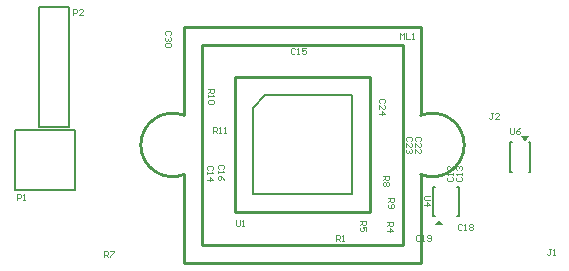
<source format=gto>
G04 Layer: TopSilkscreenLayer*
G04 EasyEDA Pro v2.2.35.2, 2025-02-24 01:09:24*
G04 Gerber Generator version 0.3*
G04 Scale: 100 percent, Rotated: No, Reflected: No*
G04 Dimensions in millimeters*
G04 Leading zeros omitted, absolute positions, 4 integers and 5 decimals*
%FSLAX45Y45*%
%MOMM*%
%ADD10C,0.1016*%
%ADD11C,0.15*%
%ADD12C,0.254*%
%ADD13C,0.2*%
G75*


G04 Text Start*
G54D10*
G01X14354302Y11202162D02*
G01X14354302Y11244580D01*
G01X14345920Y11193780D02*
G01X14354302Y11202162D01*
G01X14328902Y11193780D02*
G01X14345920Y11193780D01*
G01X14320520Y11202162D02*
G01X14328902Y11193780D01*
G01X14320520Y11202162D02*
G01X14320520Y11244580D01*
G01X14371320Y11219180D02*
G01X14396720Y11219180D01*
G01X14396720Y11219180D02*
G01X14405102Y11210798D01*
G01X14405102Y11202162D02*
G01X14405102Y11210798D01*
G01X14396720Y11193780D02*
G01X14405102Y11202162D01*
G01X14379702Y11193780D02*
G01X14396720Y11193780D01*
G01X14371320Y11202162D02*
G01X14379702Y11193780D01*
G01X14371320Y11202162D02*
G01X14371320Y11219180D01*
G01X14371320Y11219180D02*
G01X14388084Y11236198D01*
G01X14405102Y11244580D02*
G01X14388084Y11236198D01*
G01X14145260Y11326622D02*
G01X14153642Y11318240D01*
G01X14153642Y11318240D02*
G01X14162278Y11318240D01*
G01X14162278Y11318240D02*
G01X14170660Y11326622D01*
G01X14170660Y11326622D02*
G01X14170660Y11369040D01*
G01X14162278Y11369040D02*
G01X14170660Y11369040D01*
G01X14170660Y11369040D02*
G01X14179042Y11369040D01*
G01X14196060Y11318240D02*
G01X14229842Y11318240D01*
G01X14196060Y11318240D02*
G01X14229842Y11352022D01*
G01X14229842Y11352022D02*
G01X14229842Y11360658D01*
G01X14221460Y11369040D02*
G01X14229842Y11360658D01*
G01X14204442Y11369040D02*
G01X14221460Y11369040D01*
G01X14196060Y11360658D02*
G01X14204442Y11369040D01*
G01X13423112Y11995200D02*
G01X13423112Y12046000D01*
G01X13406348Y12028982D02*
G01X13423112Y12046000D01*
G01X13389330Y12046000D02*
G01X13406348Y12028982D01*
G01X13389330Y11995200D02*
G01X13389330Y12046000D01*
G01X13440130Y11995200D02*
G01X13473912Y11995200D01*
G01X13440130Y11995200D02*
G01X13440130Y12046000D01*
G01X13499312Y11995200D02*
G01X13499312Y12046000D01*
G01X13490930Y12037618D02*
G01X13499312Y12046000D01*
G01X13490930Y11995200D02*
G01X13499312Y11995200D01*
G01X13499312Y11995200D02*
G01X13507694Y11995200D01*
G01X11400660Y12040920D02*
G01X11409042Y12032538D01*
G01X11400660Y12057938D02*
G01X11400660Y12040920D01*
G01X11409042Y12066320D02*
G01X11400660Y12057938D01*
G01X11409042Y12066320D02*
G01X11443078Y12066320D01*
G01X11443078Y12066320D02*
G01X11451460Y12057938D01*
G01X11451460Y12057938D02*
G01X11451460Y12040920D01*
G01X11451460Y12040920D02*
G01X11443078Y12032538D01*
G01X11426060Y11998756D02*
G01X11426060Y11990120D01*
G01X11409042Y12015520D02*
G01X11400660Y12007138D01*
G01X11400660Y12007138D02*
G01X11400660Y11990120D01*
G01X11400660Y11990120D02*
G01X11409042Y11981738D01*
G01X11409042Y11981738D02*
G01X11417678Y11981738D01*
G01X11426060Y11990120D02*
G01X11417678Y11981738D01*
G01X11426060Y11990120D02*
G01X11434442Y11981738D01*
G01X11434442Y11981738D02*
G01X11443078Y11981738D01*
G01X11451460Y11990120D02*
G01X11443078Y11981738D01*
G01X11451460Y12007138D02*
G01X11451460Y11990120D01*
G01X11443078Y12015520D02*
G01X11451460Y12007138D01*
G01X11443078Y11964720D02*
G01X11451460Y11956338D01*
G01X11409042Y11964720D02*
G01X11443078Y11964720D01*
G01X11409042Y11964720D02*
G01X11400660Y11956338D01*
G01X11400660Y11956338D02*
G01X11400660Y11939320D01*
G01X11400660Y11939320D02*
G01X11409042Y11930938D01*
G01X11409042Y11930938D02*
G01X11443078Y11930938D01*
G01X11451460Y11939320D02*
G01X11443078Y11930938D01*
G01X11451460Y11956338D02*
G01X11451460Y11939320D01*
G01X13603602Y10632998D02*
G01X13646020Y10632998D01*
G01X13595220Y10641380D02*
G01X13603602Y10632998D01*
G01X13595220Y10658398D02*
G01X13595220Y10641380D01*
G01X13603602Y10666780D02*
G01X13595220Y10658398D01*
G01X13603602Y10666780D02*
G01X13646020Y10666780D01*
G01X13620620Y10615980D02*
G01X13646020Y10590580D01*
G01X13620620Y10615980D02*
G01X13620620Y10590580D01*
G01X13620620Y10590580D02*
G01X13620620Y10582198D01*
G01X13595220Y10590580D02*
G01X13620620Y10590580D01*
G01X13620620Y10590580D02*
G01X13646020Y10590580D01*
G01X13263118Y10821162D02*
G01X13246100Y10804398D01*
G01X13263118Y10812780D02*
G01X13271500Y10804398D01*
G01X13271500Y10804398D02*
G01X13288518Y10804398D01*
G01X13296900Y10812780D02*
G01X13288518Y10804398D01*
G01X13296900Y10838180D02*
G01X13296900Y10812780D01*
G01X13246100Y10838180D02*
G01X13263118Y10838180D01*
G01X13263118Y10838180D02*
G01X13296900Y10838180D01*
G01X13263118Y10838180D02*
G01X13263118Y10821162D01*
G01X13263118Y10821162D02*
G01X13263118Y10812780D01*
G01X13271500Y10761980D02*
G01X13263118Y10753598D01*
G01X13254482Y10753598D02*
G01X13263118Y10753598D01*
G01X13246100Y10761980D02*
G01X13254482Y10753598D01*
G01X13246100Y10778998D02*
G01X13246100Y10761980D01*
G01X13254482Y10787380D02*
G01X13246100Y10778998D01*
G01X13254482Y10787380D02*
G01X13263118Y10787380D01*
G01X13263118Y10787380D02*
G01X13271500Y10778998D01*
G01X13288518Y10787380D02*
G01X13296900Y10778998D01*
G01X13279882Y10787380D02*
G01X13288518Y10787380D01*
G01X13279882Y10787380D02*
G01X13271500Y10778998D01*
G01X13271500Y10778998D02*
G01X13271500Y10761980D01*
G01X13271500Y10761980D02*
G01X13279882Y10753598D01*
G01X13279882Y10753598D02*
G01X13288518Y10753598D01*
G01X13296900Y10761980D02*
G01X13288518Y10753598D01*
G01X13296900Y10778998D02*
G01X13296900Y10761980D01*
G01X12490320Y11865660D02*
G01X12498702Y11874042D01*
G01X12473302Y11865660D02*
G01X12490320Y11865660D01*
G01X12464920Y11874042D02*
G01X12473302Y11865660D01*
G01X12464920Y11874042D02*
G01X12464920Y11908078D01*
G01X12464920Y11908078D02*
G01X12473302Y11916460D01*
G01X12473302Y11916460D02*
G01X12490320Y11916460D01*
G01X12490320Y11916460D02*
G01X12498702Y11908078D01*
G01X12524102Y11865660D02*
G01X12524102Y11916460D01*
G01X12515720Y11908078D02*
G01X12524102Y11916460D01*
G01X12515720Y11865660D02*
G01X12524102Y11865660D01*
G01X12524102Y11865660D02*
G01X12532484Y11865660D01*
G01X12557884Y11874042D02*
G01X12566266Y11865660D01*
G01X12566266Y11865660D02*
G01X12583284Y11865660D01*
G01X12583284Y11865660D02*
G01X12591666Y11874042D01*
G01X12591666Y11874042D02*
G01X12591666Y11891060D01*
G01X12583284Y11899442D02*
G01X12591666Y11891060D01*
G01X12574902Y11899442D02*
G01X12583284Y11899442D01*
G01X12557884Y11891060D02*
G01X12557884Y11916460D01*
G01X12557884Y11916460D02*
G01X12591666Y11916460D01*
G01X12557884Y11891060D02*
G01X12574902Y11899442D01*
G01X11758800Y10897920D02*
G01X11767182Y10889538D01*
G01X11758800Y10914938D02*
G01X11758800Y10897920D01*
G01X11767182Y10923320D02*
G01X11758800Y10914938D01*
G01X11767182Y10923320D02*
G01X11801218Y10923320D01*
G01X11801218Y10923320D02*
G01X11809600Y10914938D01*
G01X11809600Y10914938D02*
G01X11809600Y10897920D01*
G01X11809600Y10897920D02*
G01X11801218Y10889538D01*
G01X11758800Y10864138D02*
G01X11809600Y10864138D01*
G01X11801218Y10872520D02*
G01X11809600Y10864138D01*
G01X11758800Y10872520D02*
G01X11758800Y10864138D01*
G01X11758800Y10864138D02*
G01X11758800Y10855756D01*
G01X11784200Y10830356D02*
G01X11809600Y10804956D01*
G01X11784200Y10830356D02*
G01X11784200Y10804956D01*
G01X11784200Y10804956D02*
G01X11784200Y10796574D01*
G01X11758800Y10804956D02*
G01X11784200Y10804956D01*
G01X11784200Y10804956D02*
G01X11809600Y10804956D01*
G01X14632940Y10173462D02*
G01X14641322Y10165080D01*
G01X14641322Y10165080D02*
G01X14649958Y10165080D01*
G01X14649958Y10165080D02*
G01X14658340Y10173462D01*
G01X14658340Y10173462D02*
G01X14658340Y10215880D01*
G01X14649958Y10215880D02*
G01X14658340Y10215880D01*
G01X14658340Y10215880D02*
G01X14666722Y10215880D01*
G01X14692122Y10165080D02*
G01X14692122Y10215880D01*
G01X14683740Y10207498D02*
G01X14692122Y10215880D01*
G01X14683740Y10165080D02*
G01X14692122Y10165080D01*
G01X14692122Y10165080D02*
G01X14700504Y10165080D01*
G01X11783438Y11556542D02*
G01X11766420Y11539778D01*
G01X11783438Y11548160D02*
G01X11791820Y11539778D01*
G01X11791820Y11539778D02*
G01X11808838Y11539778D01*
G01X11817220Y11548160D02*
G01X11808838Y11539778D01*
G01X11817220Y11573560D02*
G01X11817220Y11548160D01*
G01X11766420Y11573560D02*
G01X11783438Y11573560D01*
G01X11783438Y11573560D02*
G01X11817220Y11573560D01*
G01X11783438Y11573560D02*
G01X11783438Y11556542D01*
G01X11783438Y11556542D02*
G01X11783438Y11548160D01*
G01X11766420Y11514378D02*
G01X11817220Y11514378D01*
G01X11808838Y11522760D02*
G01X11817220Y11514378D01*
G01X11766420Y11522760D02*
G01X11766420Y11514378D01*
G01X11766420Y11514378D02*
G01X11766420Y11505996D01*
G01X11808838Y11480596D02*
G01X11817220Y11472214D01*
G01X11774802Y11480596D02*
G01X11808838Y11480596D01*
G01X11774802Y11480596D02*
G01X11766420Y11472214D01*
G01X11766420Y11472214D02*
G01X11766420Y11455196D01*
G01X11766420Y11455196D02*
G01X11774802Y11446814D01*
G01X11774802Y11446814D02*
G01X11808838Y11446814D01*
G01X11817220Y11455196D02*
G01X11808838Y11446814D01*
G01X11817220Y11472214D02*
G01X11817220Y11455196D01*
G01X13294738Y10428782D02*
G01X13277720Y10412018D01*
G01X13294738Y10420400D02*
G01X13303120Y10412018D01*
G01X13303120Y10412018D02*
G01X13320138Y10412018D01*
G01X13328520Y10420400D02*
G01X13320138Y10412018D01*
G01X13328520Y10445800D02*
G01X13328520Y10420400D01*
G01X13277720Y10445800D02*
G01X13294738Y10445800D01*
G01X13294738Y10445800D02*
G01X13328520Y10445800D01*
G01X13294738Y10445800D02*
G01X13294738Y10428782D01*
G01X13294738Y10428782D02*
G01X13294738Y10420400D01*
G01X13303120Y10395000D02*
G01X13328520Y10369600D01*
G01X13303120Y10395000D02*
G01X13303120Y10369600D01*
G01X13303120Y10369600D02*
G01X13303120Y10361218D01*
G01X13277720Y10369600D02*
G01X13303120Y10369600D01*
G01X13303120Y10369600D02*
G01X13328520Y10369600D01*
G01X13839320Y10816540D02*
G01X13830938Y10824922D01*
G01X13839320Y10799522D02*
G01X13839320Y10816540D01*
G01X13830938Y10791140D02*
G01X13839320Y10799522D01*
G01X13830938Y10791140D02*
G01X13796902Y10791140D01*
G01X13796902Y10791140D02*
G01X13788520Y10799522D01*
G01X13788520Y10799522D02*
G01X13788520Y10816540D01*
G01X13788520Y10816540D02*
G01X13796902Y10824922D01*
G01X13839320Y10850322D02*
G01X13788520Y10850322D01*
G01X13796902Y10841940D02*
G01X13788520Y10850322D01*
G01X13839320Y10841940D02*
G01X13839320Y10850322D01*
G01X13839320Y10850322D02*
G01X13839320Y10858704D01*
G01X13839320Y10884104D02*
G01X13839320Y10917886D01*
G01X13839320Y10884104D02*
G01X13805538Y10917886D01*
G01X13805538Y10917886D02*
G01X13796902Y10917886D01*
G01X13788520Y10909504D02*
G01X13796902Y10917886D01*
G01X13788520Y10892486D02*
G01X13788520Y10909504D01*
G01X13796902Y10884104D02*
G01X13788520Y10892486D01*
G01X13912980Y10819080D02*
G01X13904598Y10827462D01*
G01X13912980Y10802062D02*
G01X13912980Y10819080D01*
G01X13904598Y10793680D02*
G01X13912980Y10802062D01*
G01X13904598Y10793680D02*
G01X13870562Y10793680D01*
G01X13870562Y10793680D02*
G01X13862180Y10802062D01*
G01X13862180Y10802062D02*
G01X13862180Y10819080D01*
G01X13862180Y10819080D02*
G01X13870562Y10827462D01*
G01X13912980Y10852862D02*
G01X13862180Y10852862D01*
G01X13870562Y10844480D02*
G01X13862180Y10852862D01*
G01X13912980Y10844480D02*
G01X13912980Y10852862D01*
G01X13912980Y10852862D02*
G01X13912980Y10861244D01*
G01X13887580Y10903662D02*
G01X13887580Y10912044D01*
G01X13904598Y10886644D02*
G01X13912980Y10895026D01*
G01X13912980Y10895026D02*
G01X13912980Y10912044D01*
G01X13912980Y10912044D02*
G01X13904598Y10920426D01*
G01X13904598Y10920426D02*
G01X13895962Y10920426D01*
G01X13887580Y10912044D02*
G01X13895962Y10920426D01*
G01X13887580Y10912044D02*
G01X13879198Y10920426D01*
G01X13879198Y10920426D02*
G01X13870562Y10920426D01*
G01X13862180Y10912044D02*
G01X13870562Y10920426D01*
G01X13862180Y10895026D02*
G01X13862180Y10912044D01*
G01X13870562Y10886644D02*
G01X13862180Y10895026D01*
G01X13905100Y10379760D02*
G01X13913482Y10388142D01*
G01X13888082Y10379760D02*
G01X13905100Y10379760D01*
G01X13879700Y10388142D02*
G01X13888082Y10379760D01*
G01X13879700Y10388142D02*
G01X13879700Y10422178D01*
G01X13879700Y10422178D02*
G01X13888082Y10430560D01*
G01X13888082Y10430560D02*
G01X13905100Y10430560D01*
G01X13905100Y10430560D02*
G01X13913482Y10422178D01*
G01X13938882Y10379760D02*
G01X13938882Y10430560D01*
G01X13930500Y10422178D02*
G01X13938882Y10430560D01*
G01X13930500Y10379760D02*
G01X13938882Y10379760D01*
G01X13938882Y10379760D02*
G01X13947264Y10379760D01*
G01X13998064Y10405160D02*
G01X14006446Y10396778D01*
G01X14006446Y10388142D02*
G01X14006446Y10396778D01*
G01X13998064Y10379760D02*
G01X14006446Y10388142D01*
G01X13981046Y10379760D02*
G01X13998064Y10379760D01*
G01X13972664Y10388142D02*
G01X13981046Y10379760D01*
G01X13972664Y10388142D02*
G01X13972664Y10396778D01*
G01X13972664Y10396778D02*
G01X13981046Y10405160D01*
G01X13972664Y10422178D02*
G01X13981046Y10430560D01*
G01X13972664Y10413542D02*
G01X13972664Y10422178D01*
G01X13972664Y10413542D02*
G01X13981046Y10405160D01*
G01X13981046Y10405160D02*
G01X13998064Y10405160D01*
G01X13998064Y10405160D02*
G01X14006446Y10413542D01*
G01X14006446Y10413542D02*
G01X14006446Y10422178D01*
G01X13998064Y10430560D02*
G01X14006446Y10422178D01*
G01X13981046Y10430560D02*
G01X13998064Y10430560D01*
G01X13545820Y10289540D02*
G01X13554202Y10297922D01*
G01X13528802Y10289540D02*
G01X13545820Y10289540D01*
G01X13520420Y10297922D02*
G01X13528802Y10289540D01*
G01X13520420Y10297922D02*
G01X13520420Y10331958D01*
G01X13520420Y10331958D02*
G01X13528802Y10340340D01*
G01X13528802Y10340340D02*
G01X13545820Y10340340D01*
G01X13545820Y10340340D02*
G01X13554202Y10331958D01*
G01X13579602Y10289540D02*
G01X13579602Y10340340D01*
G01X13571220Y10331958D02*
G01X13579602Y10340340D01*
G01X13571220Y10289540D02*
G01X13579602Y10289540D01*
G01X13579602Y10289540D02*
G01X13587984Y10289540D01*
G01X13613384Y10297922D02*
G01X13621766Y10289540D01*
G01X13621766Y10289540D02*
G01X13638784Y10289540D01*
G01X13638784Y10289540D02*
G01X13647166Y10297922D01*
G01X13638784Y10340340D02*
G01X13647166Y10331958D01*
G01X13621766Y10340340D02*
G01X13638784Y10340340D01*
G01X13613384Y10331958D02*
G01X13621766Y10340340D01*
G01X13613384Y10323322D02*
G01X13613384Y10331958D01*
G01X13613384Y10323322D02*
G01X13621766Y10314940D01*
G01X13621766Y10314940D02*
G01X13647166Y10314940D01*
G01X13647166Y10297922D02*
G01X13647166Y10314940D01*
G01X13647166Y10314940D02*
G01X13647166Y10331958D01*
G01X13512800Y11137900D02*
G01X13521182Y11129518D01*
G01X13512800Y11154918D02*
G01X13512800Y11137900D01*
G01X13521182Y11163300D02*
G01X13512800Y11154918D01*
G01X13521182Y11163300D02*
G01X13555218Y11163300D01*
G01X13555218Y11163300D02*
G01X13563600Y11154918D01*
G01X13563600Y11154918D02*
G01X13563600Y11137900D01*
G01X13563600Y11137900D02*
G01X13555218Y11129518D01*
G01X13512800Y11112500D02*
G01X13512800Y11078718D01*
G01X13512800Y11112500D02*
G01X13546582Y11078718D01*
G01X13546582Y11078718D02*
G01X13555218Y11078718D01*
G01X13563600Y11087100D02*
G01X13555218Y11078718D01*
G01X13563600Y11104118D02*
G01X13563600Y11087100D01*
G01X13555218Y11112500D02*
G01X13563600Y11104118D01*
G01X13512800Y11061700D02*
G01X13512800Y11027918D01*
G01X13512800Y11061700D02*
G01X13546582Y11027918D01*
G01X13546582Y11027918D02*
G01X13555218Y11027918D01*
G01X13563600Y11036300D02*
G01X13555218Y11027918D01*
G01X13563600Y11053318D02*
G01X13563600Y11036300D01*
G01X13555218Y11061700D02*
G01X13563600Y11053318D01*
G01X13441680Y11137900D02*
G01X13450062Y11129518D01*
G01X13441680Y11154918D02*
G01X13441680Y11137900D01*
G01X13450062Y11163300D02*
G01X13441680Y11154918D01*
G01X13450062Y11163300D02*
G01X13484098Y11163300D01*
G01X13484098Y11163300D02*
G01X13492480Y11154918D01*
G01X13492480Y11154918D02*
G01X13492480Y11137900D01*
G01X13492480Y11137900D02*
G01X13484098Y11129518D01*
G01X13441680Y11112500D02*
G01X13441680Y11078718D01*
G01X13441680Y11112500D02*
G01X13475462Y11078718D01*
G01X13475462Y11078718D02*
G01X13484098Y11078718D01*
G01X13492480Y11087100D02*
G01X13484098Y11078718D01*
G01X13492480Y11104118D02*
G01X13492480Y11087100D01*
G01X13484098Y11112500D02*
G01X13492480Y11104118D01*
G01X13467080Y11044936D02*
G01X13467080Y11036300D01*
G01X13450062Y11061700D02*
G01X13441680Y11053318D01*
G01X13441680Y11053318D02*
G01X13441680Y11036300D01*
G01X13441680Y11036300D02*
G01X13450062Y11027918D01*
G01X13450062Y11027918D02*
G01X13458698Y11027918D01*
G01X13467080Y11036300D02*
G01X13458698Y11027918D01*
G01X13467080Y11036300D02*
G01X13475462Y11027918D01*
G01X13475462Y11027918D02*
G01X13484098Y11027918D01*
G01X13492480Y11036300D02*
G01X13484098Y11027918D01*
G01X13492480Y11053318D02*
G01X13492480Y11036300D01*
G01X13484098Y11061700D02*
G01X13492480Y11053318D01*
G01X13214220Y11461800D02*
G01X13222602Y11453418D01*
G01X13214220Y11478818D02*
G01X13214220Y11461800D01*
G01X13222602Y11487200D02*
G01X13214220Y11478818D01*
G01X13222602Y11487200D02*
G01X13256638Y11487200D01*
G01X13256638Y11487200D02*
G01X13265020Y11478818D01*
G01X13265020Y11478818D02*
G01X13265020Y11461800D01*
G01X13265020Y11461800D02*
G01X13256638Y11453418D01*
G01X13214220Y11436400D02*
G01X13214220Y11402618D01*
G01X13214220Y11436400D02*
G01X13248002Y11402618D01*
G01X13248002Y11402618D02*
G01X13256638Y11402618D01*
G01X13265020Y11411000D02*
G01X13256638Y11402618D01*
G01X13265020Y11428018D02*
G01X13265020Y11411000D01*
G01X13256638Y11436400D02*
G01X13265020Y11428018D01*
G01X13239620Y11385600D02*
G01X13265020Y11360200D01*
G01X13239620Y11385600D02*
G01X13239620Y11360200D01*
G01X13239620Y11360200D02*
G01X13239620Y11351818D01*
G01X13214220Y11360200D02*
G01X13239620Y11360200D01*
G01X13239620Y11360200D02*
G01X13265020Y11360200D01*
G01X12865478Y10305338D02*
G01X12882242Y10288320D01*
G01X12873860Y10305338D02*
G01X12882242Y10313720D01*
G01X12882242Y10313720D02*
G01X12882242Y10330738D01*
G01X12873860Y10339120D02*
G01X12882242Y10330738D01*
G01X12848460Y10339120D02*
G01X12873860Y10339120D01*
G01X12848460Y10288320D02*
G01X12848460Y10305338D01*
G01X12848460Y10305338D02*
G01X12848460Y10339120D01*
G01X12848460Y10305338D02*
G01X12865478Y10305338D01*
G01X12865478Y10305338D02*
G01X12873860Y10305338D01*
G01X12907642Y10288320D02*
G01X12907642Y10339120D01*
G01X12899260Y10330738D02*
G01X12907642Y10339120D01*
G01X12899260Y10288320D02*
G01X12907642Y10288320D01*
G01X12907642Y10288320D02*
G01X12916024Y10288320D01*
G01X11826618Y11219738D02*
G01X11843382Y11202720D01*
G01X11835000Y11219738D02*
G01X11843382Y11228120D01*
G01X11843382Y11228120D02*
G01X11843382Y11245138D01*
G01X11835000Y11253520D02*
G01X11843382Y11245138D01*
G01X11809600Y11253520D02*
G01X11835000Y11253520D01*
G01X11809600Y11202720D02*
G01X11809600Y11219738D01*
G01X11809600Y11219738D02*
G01X11809600Y11253520D01*
G01X11809600Y11219738D02*
G01X11826618Y11219738D01*
G01X11826618Y11219738D02*
G01X11835000Y11219738D01*
G01X11868782Y11202720D02*
G01X11868782Y11253520D01*
G01X11860400Y11245138D02*
G01X11868782Y11253520D01*
G01X11860400Y11202720D02*
G01X11868782Y11202720D01*
G01X11868782Y11202720D02*
G01X11877164Y11202720D01*
G01X11910946Y11202720D02*
G01X11910946Y11253520D01*
G01X11902564Y11245138D02*
G01X11910946Y11253520D01*
G01X11902564Y11202720D02*
G01X11910946Y11202720D01*
G01X11910946Y11202720D02*
G01X11919582Y11202720D01*
G01X10900918Y10169398D02*
G01X10917682Y10152380D01*
G01X10909300Y10169398D02*
G01X10917682Y10177780D01*
G01X10917682Y10177780D02*
G01X10917682Y10194798D01*
G01X10909300Y10203180D02*
G01X10917682Y10194798D01*
G01X10883900Y10203180D02*
G01X10909300Y10203180D01*
G01X10883900Y10152380D02*
G01X10883900Y10169398D01*
G01X10883900Y10169398D02*
G01X10883900Y10203180D01*
G01X10883900Y10169398D02*
G01X10900918Y10169398D01*
G01X10900918Y10169398D02*
G01X10909300Y10169398D01*
G01X10934700Y10152380D02*
G01X10934700Y10160762D01*
G01X10934700Y10160762D02*
G01X10968482Y10194798D01*
G01X10968482Y10194798D02*
G01X10968482Y10203180D01*
G01X10934700Y10203180D02*
G01X10968482Y10203180D01*
G01X13307438Y10631982D02*
G01X13290420Y10615218D01*
G01X13307438Y10623600D02*
G01X13315820Y10615218D01*
G01X13315820Y10615218D02*
G01X13332838Y10615218D01*
G01X13341220Y10623600D02*
G01X13332838Y10615218D01*
G01X13341220Y10649000D02*
G01X13341220Y10623600D01*
G01X13290420Y10649000D02*
G01X13307438Y10649000D01*
G01X13307438Y10649000D02*
G01X13341220Y10649000D01*
G01X13307438Y10649000D02*
G01X13307438Y10631982D01*
G01X13307438Y10631982D02*
G01X13307438Y10623600D01*
G01X13298802Y10598200D02*
G01X13290420Y10589818D01*
G01X13290420Y10589818D02*
G01X13290420Y10572800D01*
G01X13290420Y10572800D02*
G01X13298802Y10564418D01*
G01X13341220Y10572800D02*
G01X13332838Y10564418D01*
G01X13341220Y10589818D02*
G01X13341220Y10572800D01*
G01X13332838Y10598200D02*
G01X13341220Y10589818D01*
G01X13324202Y10598200D02*
G01X13332838Y10598200D01*
G01X13324202Y10598200D02*
G01X13315820Y10589818D01*
G01X13315820Y10589818D02*
G01X13315820Y10564418D01*
G01X13298802Y10564418D02*
G01X13315820Y10564418D01*
G01X13315820Y10564418D02*
G01X13332838Y10564418D01*
G01X13063598Y10438942D02*
G01X13046580Y10422178D01*
G01X13063598Y10430560D02*
G01X13071980Y10422178D01*
G01X13071980Y10422178D02*
G01X13088998Y10422178D01*
G01X13097380Y10430560D02*
G01X13088998Y10422178D01*
G01X13097380Y10455960D02*
G01X13097380Y10430560D01*
G01X13046580Y10455960D02*
G01X13063598Y10455960D01*
G01X13063598Y10455960D02*
G01X13097380Y10455960D01*
G01X13063598Y10455960D02*
G01X13063598Y10438942D01*
G01X13063598Y10438942D02*
G01X13063598Y10430560D01*
G01X13054962Y10405160D02*
G01X13046580Y10396778D01*
G01X13046580Y10396778D02*
G01X13046580Y10379760D01*
G01X13046580Y10379760D02*
G01X13054962Y10371378D01*
G01X13054962Y10371378D02*
G01X13071980Y10371378D01*
G01X13080362Y10379760D02*
G01X13071980Y10371378D01*
G01X13080362Y10388396D02*
G01X13080362Y10379760D01*
G01X13071980Y10405160D02*
G01X13097380Y10405160D01*
G01X13097380Y10405160D02*
G01X13097380Y10371378D01*
G01X13071980Y10405160D02*
G01X13080362Y10388396D01*
G01X12036422Y10418622D02*
G01X12036422Y10461040D01*
G01X12028040Y10410240D02*
G01X12036422Y10418622D01*
G01X12011022Y10410240D02*
G01X12028040Y10410240D01*
G01X12002640Y10418622D02*
G01X12011022Y10410240D01*
G01X12002640Y10418622D02*
G01X12002640Y10461040D01*
G01X12061822Y10410240D02*
G01X12061822Y10461040D01*
G01X12053440Y10452658D02*
G01X12061822Y10461040D01*
G01X12053440Y10410240D02*
G01X12061822Y10410240D01*
G01X12061822Y10410240D02*
G01X12070204Y10410240D01*
G01X11845160Y10905540D02*
G01X11853542Y10897158D01*
G01X11845160Y10922558D02*
G01X11845160Y10905540D01*
G01X11853542Y10930940D02*
G01X11845160Y10922558D01*
G01X11853542Y10930940D02*
G01X11887578Y10930940D01*
G01X11887578Y10930940D02*
G01X11895960Y10922558D01*
G01X11895960Y10922558D02*
G01X11895960Y10905540D01*
G01X11895960Y10905540D02*
G01X11887578Y10897158D01*
G01X11845160Y10871758D02*
G01X11895960Y10871758D01*
G01X11887578Y10880140D02*
G01X11895960Y10871758D01*
G01X11845160Y10880140D02*
G01X11845160Y10871758D01*
G01X11845160Y10871758D02*
G01X11845160Y10863376D01*
G01X11870560Y10837976D02*
G01X11870560Y10812576D01*
G01X11870560Y10812576D02*
G01X11862178Y10804194D01*
G01X11853542Y10804194D02*
G01X11862178Y10804194D01*
G01X11845160Y10812576D02*
G01X11853542Y10804194D01*
G01X11845160Y10829594D02*
G01X11845160Y10812576D01*
G01X11853542Y10837976D02*
G01X11845160Y10829594D01*
G01X11853542Y10837976D02*
G01X11870560Y10837976D01*
G01X11870560Y10837976D02*
G01X11887578Y10820958D01*
G01X11895960Y10804194D02*
G01X11887578Y10820958D01*
G01X10142220Y10646918D02*
G01X10167620Y10646918D01*
G01X10167620Y10646918D02*
G01X10176002Y10655300D01*
G01X10176002Y10655300D02*
G01X10176002Y10672318D01*
G01X10167620Y10680700D02*
G01X10176002Y10672318D01*
G01X10142220Y10680700D02*
G01X10167620Y10680700D01*
G01X10142220Y10629900D02*
G01X10142220Y10646918D01*
G01X10142220Y10646918D02*
G01X10142220Y10680700D01*
G01X10201402Y10629900D02*
G01X10201402Y10680700D01*
G01X10193020Y10672318D02*
G01X10201402Y10680700D01*
G01X10193020Y10629900D02*
G01X10201402Y10629900D01*
G01X10201402Y10629900D02*
G01X10209784Y10629900D01*
G01X10617200Y12214098D02*
G01X10642600Y12214098D01*
G01X10642600Y12214098D02*
G01X10650982Y12222480D01*
G01X10650982Y12222480D02*
G01X10650982Y12239498D01*
G01X10642600Y12247880D02*
G01X10650982Y12239498D01*
G01X10617200Y12247880D02*
G01X10642600Y12247880D01*
G01X10617200Y12197080D02*
G01X10617200Y12214098D01*
G01X10617200Y12214098D02*
G01X10617200Y12247880D01*
G01X10668000Y12197080D02*
G01X10701782Y12197080D01*
G01X10668000Y12197080D02*
G01X10701782Y12230862D01*
G01X10701782Y12230862D02*
G01X10701782Y12239498D01*
G01X10693400Y12247880D02*
G01X10701782Y12239498D01*
G01X10676382Y12247880D02*
G01X10693400Y12247880D01*
G01X10668000Y12239498D02*
G01X10676382Y12247880D01*
G04 Text End*

G04 PolygonModel Start*
G54D11*
G01X14321864Y10873216D02*
G01X14321864Y11123216D01*
G01X14476880Y11123200D02*
G01X14491880Y11123200D01*
G01X14476880Y10873200D02*
G01X14491880Y10873200D01*
G01X14491880Y10873200D02*
G01X14491880Y11123200D01*
G01X14321864Y10873216D02*
G01X14336864Y10873216D01*
G01X14321864Y11123216D02*
G01X14336864Y11123216D01*
G36*
G01X14446880Y11128200D02*
G01X14411880Y11173200D01*
G01X14481880Y11173200D01*
G01X14446880Y11128200D01*
G37*
G54D12*
G01X13563600Y10850000D02*
G03X13563600Y11350000I100000J250000D01*
G01X11563600Y11350000D02*
G03X11563600Y10850000I-100000J-250000D01*
G01X11563600Y11350000D02*
G01X11563600Y12100000D01*
G01X11563600Y10100000D02*
G01X11563600Y10850000D01*
G01X13563600Y11350000D02*
G01X13563600Y11600000D01*
G01X13563600Y10600000D02*
G01X13563600Y10850000D01*
G01X13563600Y11600000D02*
G01X13563600Y12100000D01*
G01X13563600Y10100000D02*
G01X13563600Y10600000D01*
G01X13413600Y10250000D02*
G01X13413600Y11950000D01*
G01X11713600Y10250000D02*
G01X13413600Y10250000D01*
G01X11713600Y10250000D02*
G01X11713600Y11950000D01*
G01X11713600Y11950000D02*
G01X13413600Y11950000D01*
G01X11563600Y12100000D02*
G01X13563600Y12100000D01*
G01X11563600Y10100000D02*
G01X13563600Y10100000D01*
G54D11*
G01X13890656Y10496044D02*
G01X13890656Y10746044D01*
G01X13875656Y10496044D02*
G01X13890656Y10496044D01*
G01X13875656Y10746044D02*
G01X13890656Y10746044D01*
G01X13670640Y10496060D02*
G01X13685640Y10496060D01*
G01X13670640Y10746060D02*
G01X13685640Y10746060D01*
G01X13670640Y10496060D02*
G01X13670640Y10746060D01*
G36*
G01X13715640Y10466060D02*
G01X13750640Y10421060D01*
G01X13680640Y10421060D01*
G01X13715640Y10466060D01*
G37*
G54D12*
G01X11992250Y10528500D02*
G01X13135250Y10528500D01*
G01X11991250Y11671500D02*
G01X11992250Y10528500D01*
G01X11992250Y11671500D02*
G01X13135250Y11671500D01*
G01X13135250Y10528500D02*
G01X13135250Y11671500D01*
G54D13*
G01X12145749Y11415500D02*
G01X12249249Y11519000D01*
G01X12249249Y11519000D02*
G01X12981751Y11519000D01*
G01X12981751Y10682999D02*
G01X12981751Y11519000D01*
G01X12145749Y10682999D02*
G01X12981751Y10682999D01*
G01X12145749Y10682999D02*
G01X12145749Y11415500D01*
G01X10126980Y11226800D02*
G01X10634980Y11226800D01*
G01X10126980Y10718800D02*
G01X10126980Y11226800D01*
G01X10634980Y10718800D02*
G01X10634980Y11226800D01*
G01X10126980Y10718800D02*
G01X10634980Y10718800D01*
G01X10332720Y11249660D02*
G01X10586720Y11249660D01*
G01X10332720Y11249660D02*
G01X10332720Y12265660D01*
G01X10586720Y11249660D02*
G01X10586720Y12265660D01*
G01X10332720Y12265660D02*
G01X10586720Y12265660D01*

M02*


</source>
